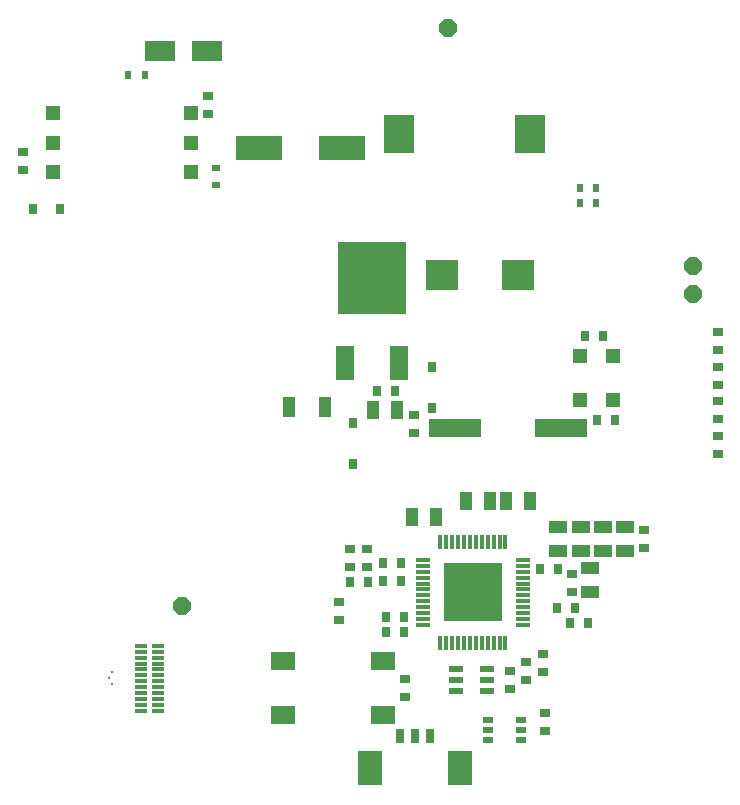
<source format=gtp>
G04*
G04 #@! TF.GenerationSoftware,Altium Limited,Altium Designer,22.0.2 (36)*
G04*
G04 Layer_Color=8421504*
%FSLAX25Y25*%
%MOIN*%
G70*
G04*
G04 #@! TF.SameCoordinates,03AFB46A-AB1F-498B-8AA6-452B2CF56A70*
G04*
G04*
G04 #@! TF.FilePolarity,Positive*
G04*
G01*
G75*
%ADD26R,0.03500X0.03000*%
%ADD27R,0.22835X0.24410*%
%ADD28R,0.06299X0.11811*%
%ADD29R,0.09843X0.06693*%
%ADD30R,0.17717X0.06496*%
%ADD31R,0.00787X0.00787*%
%ADD32R,0.02559X0.03819*%
%ADD33R,0.04000X0.06000*%
%ADD34R,0.04173X0.07165*%
%ADD35R,0.03000X0.03500*%
%ADD36R,0.10984X0.10118*%
%ADD37R,0.15748X0.07874*%
%ADD38R,0.04803X0.02441*%
%ADD39R,0.08268X0.11811*%
%ADD40R,0.03150X0.05118*%
%ADD41R,0.03740X0.02362*%
%ADD42R,0.07874X0.05906*%
%ADD43R,0.04724X0.04724*%
%ADD44R,0.06000X0.04000*%
%ADD45R,0.03937X0.01181*%
%ADD46R,0.05118X0.04606*%
%ADD47P,0.06494X8X202.5*%
%ADD48P,0.06494X8X292.5*%
%ADD49R,0.03150X0.03543*%
%ADD50R,0.19685X0.19685*%
%ADD51R,0.01260X0.04803*%
%ADD52R,0.04803X0.01260*%
%ADD53R,0.02362X0.03150*%
%ADD54R,0.03150X0.02362*%
%ADD55R,0.10236X0.12598*%
D26*
X30900Y124900D02*
D03*
Y118900D02*
D03*
X74500Y19700D02*
D03*
Y25700D02*
D03*
X132000Y129400D02*
D03*
Y123400D02*
D03*
X68229Y42437D02*
D03*
Y36437D02*
D03*
X15096Y80127D02*
D03*
Y74127D02*
D03*
X9596Y80127D02*
D03*
Y74127D02*
D03*
X-99600Y212400D02*
D03*
Y206400D02*
D03*
X-38000Y231300D02*
D03*
Y225300D02*
D03*
X5800Y56500D02*
D03*
Y62500D02*
D03*
X73628Y45337D02*
D03*
Y39337D02*
D03*
X107400Y80400D02*
D03*
Y86400D02*
D03*
X27900Y30900D02*
D03*
Y36900D02*
D03*
X62828Y39437D02*
D03*
Y33437D02*
D03*
X83429Y71737D02*
D03*
Y65737D02*
D03*
X132000Y111900D02*
D03*
Y117900D02*
D03*
Y134900D02*
D03*
Y140900D02*
D03*
Y146400D02*
D03*
Y152400D02*
D03*
D27*
X16800Y170534D02*
D03*
D28*
X25796Y142266D02*
D03*
X7804D02*
D03*
D29*
X-53974Y246300D02*
D03*
X-38226D02*
D03*
D30*
X79929Y120537D02*
D03*
X44496D02*
D03*
D31*
X-69808Y39068D02*
D03*
Y35131D02*
D03*
X-70792Y37100D02*
D03*
D32*
X10300Y108550D02*
D03*
Y122250D02*
D03*
X36800Y140850D02*
D03*
Y127150D02*
D03*
D33*
X25200Y126500D02*
D03*
X17200D02*
D03*
X56000Y96200D02*
D03*
X48000D02*
D03*
X38100Y90903D02*
D03*
X30100D02*
D03*
X61600Y96200D02*
D03*
X69600D02*
D03*
D34*
X1116Y127600D02*
D03*
X-10916D02*
D03*
D35*
X24500Y132900D02*
D03*
X18500D02*
D03*
X87900Y151200D02*
D03*
X93900D02*
D03*
X97800Y123300D02*
D03*
X91800D02*
D03*
X27400Y52663D02*
D03*
X21400D02*
D03*
X88900Y55600D02*
D03*
X82900D02*
D03*
X72896Y73627D02*
D03*
X78896D02*
D03*
X26500Y75700D02*
D03*
X20500D02*
D03*
X26500Y69630D02*
D03*
X20500D02*
D03*
X78528Y60537D02*
D03*
X84528D02*
D03*
X21500Y57600D02*
D03*
X27500D02*
D03*
X9428Y69137D02*
D03*
X15428D02*
D03*
D36*
X65299Y171501D02*
D03*
X39945D02*
D03*
D37*
X6900Y213800D02*
D03*
X-21053D02*
D03*
D38*
X55110Y32760D02*
D03*
Y40240D02*
D03*
X44795D02*
D03*
Y36500D02*
D03*
Y32760D02*
D03*
X55110Y36500D02*
D03*
D39*
X16139Y7187D02*
D03*
X46061Y7187D02*
D03*
D40*
X26179Y18013D02*
D03*
X31100D02*
D03*
X36021Y18013D02*
D03*
D41*
X55587Y16454D02*
D03*
Y19800D02*
D03*
Y23146D02*
D03*
X66413Y16454D02*
D03*
Y19800D02*
D03*
Y23146D02*
D03*
D42*
X-12932Y42758D02*
D03*
Y25042D02*
D03*
X20532D02*
D03*
Y42758D02*
D03*
D43*
X97214Y129800D02*
D03*
X86190D02*
D03*
X97214Y144700D02*
D03*
X86190D02*
D03*
D44*
X78900Y79700D02*
D03*
Y87700D02*
D03*
X101228D02*
D03*
Y79700D02*
D03*
X89529Y65737D02*
D03*
Y73737D02*
D03*
X86343Y87700D02*
D03*
Y79700D02*
D03*
X93786Y87700D02*
D03*
Y79700D02*
D03*
D45*
X-60169Y26300D02*
D03*
Y28269D02*
D03*
Y30237D02*
D03*
Y32206D02*
D03*
Y34174D02*
D03*
Y36143D02*
D03*
Y38111D02*
D03*
Y40080D02*
D03*
Y42048D02*
D03*
Y44017D02*
D03*
Y45985D02*
D03*
Y47954D02*
D03*
X-54500D02*
D03*
Y45985D02*
D03*
Y44017D02*
D03*
Y42048D02*
D03*
Y40080D02*
D03*
Y38111D02*
D03*
Y36143D02*
D03*
Y34174D02*
D03*
Y32206D02*
D03*
Y30237D02*
D03*
Y28269D02*
D03*
Y26300D02*
D03*
D46*
X-43666Y215580D02*
D03*
X-89571D02*
D03*
X-43666Y205737D02*
D03*
Y225422D02*
D03*
X-89571D02*
D03*
Y205737D02*
D03*
D47*
X123628Y174637D02*
D03*
Y165337D02*
D03*
D48*
X-46500Y61200D02*
D03*
X42000Y253800D02*
D03*
D49*
X-87272Y193700D02*
D03*
X-96328D02*
D03*
D50*
X50428Y65737D02*
D03*
D51*
X61255Y49005D02*
D03*
X59287D02*
D03*
X51413D02*
D03*
X39602Y82469D02*
D03*
X41570D02*
D03*
X43539D02*
D03*
X45507D02*
D03*
X47476D02*
D03*
X49444D02*
D03*
X51413D02*
D03*
X53381D02*
D03*
X55350D02*
D03*
X57318D02*
D03*
X59287D02*
D03*
X61255D02*
D03*
X57318Y49005D02*
D03*
X55350D02*
D03*
X53381D02*
D03*
X49444D02*
D03*
X47476D02*
D03*
X45507D02*
D03*
X43539D02*
D03*
X41570D02*
D03*
X39602D02*
D03*
D52*
X67161Y64753D02*
D03*
Y58847D02*
D03*
Y54910D02*
D03*
X33696D02*
D03*
Y56879D02*
D03*
Y66721D02*
D03*
X67161Y76564D02*
D03*
Y74595D02*
D03*
Y72627D02*
D03*
Y70658D02*
D03*
Y68690D02*
D03*
Y66721D02*
D03*
Y62784D02*
D03*
Y60816D02*
D03*
Y56879D02*
D03*
X33696Y58847D02*
D03*
Y60816D02*
D03*
Y62784D02*
D03*
Y64753D02*
D03*
Y68690D02*
D03*
Y70658D02*
D03*
Y72627D02*
D03*
Y74595D02*
D03*
Y76564D02*
D03*
D53*
X85970Y200600D02*
D03*
X91482D02*
D03*
X91456Y195400D02*
D03*
X85944D02*
D03*
X-58944Y238300D02*
D03*
X-64456D02*
D03*
D54*
X-35200Y207056D02*
D03*
Y201544D02*
D03*
D55*
X69600Y218600D02*
D03*
X25899D02*
D03*
M02*

</source>
